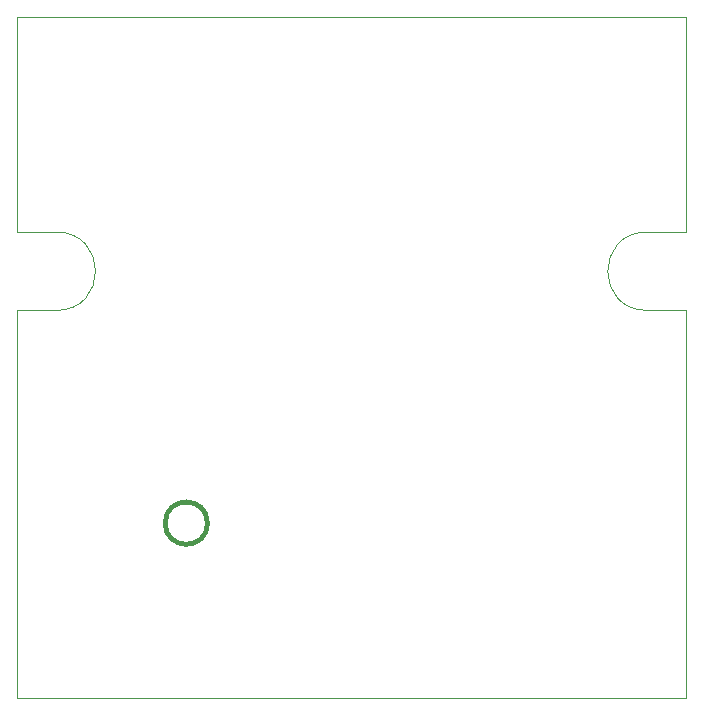
<source format=gbr>
G04 #@! TF.FileFunction,Profile,NP*
%FSLAX46Y46*%
G04 Gerber Fmt 4.6, Leading zero omitted, Abs format (unit mm)*
G04 Created by KiCad (PCBNEW 4.1.0-alpha+201606241232+6946~45~ubuntu16.04.1-product) date Wed Jun 29 20:04:26 2016*
%MOMM*%
%LPD*%
G01*
G04 APERTURE LIST*
%ADD10C,0.100000*%
%ADD11C,0.400000*%
G04 APERTURE END LIST*
D10*
D11*
X131739980Y-113449100D02*
G75*
G03X131739980Y-113449100I-1793580J0D01*
G01*
D10*
X115641195Y-70621491D02*
X115641195Y-88805400D01*
X172252448Y-70621491D02*
X115641195Y-70621491D01*
X172252448Y-88805400D02*
X172252448Y-70621491D01*
X168946822Y-88805400D02*
X172252448Y-88805400D01*
X168946822Y-95437582D02*
G75*
G02X168946822Y-88805400I0J3316091D01*
G01*
X172252448Y-95437583D02*
X168946822Y-95437583D01*
X172252448Y-128283457D02*
X172252448Y-95437583D01*
X115641195Y-128283457D02*
X172252448Y-128283457D01*
X115641195Y-95437583D02*
X115641195Y-128283457D01*
X118946822Y-95437583D02*
X115641195Y-95437583D01*
X118946822Y-88805399D02*
G75*
G02X118946822Y-95437583I0J-3316092D01*
G01*
X115641195Y-88805400D02*
X118946822Y-88805400D01*
M02*

</source>
